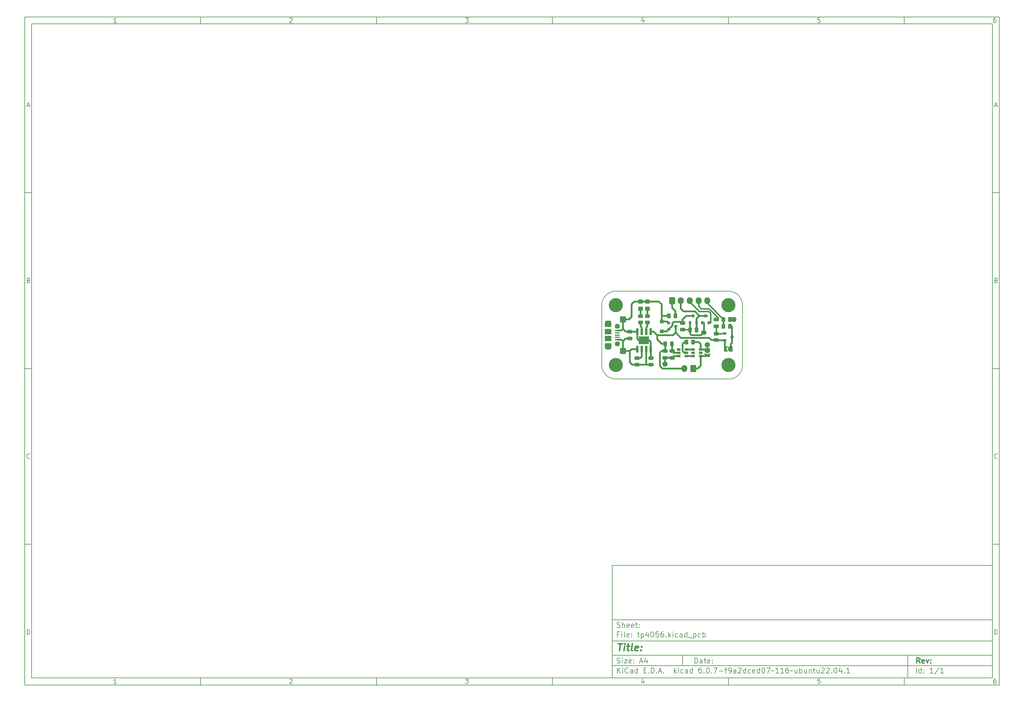
<source format=gbr>
%TF.GenerationSoftware,KiCad,Pcbnew,6.0.7-f9a2dced07~116~ubuntu22.04.1*%
%TF.CreationDate,2022-09-07T10:58:27-03:00*%
%TF.ProjectId,tp4056,74703430-3536-42e6-9b69-6361645f7063,rev?*%
%TF.SameCoordinates,Original*%
%TF.FileFunction,Copper,L1,Top*%
%TF.FilePolarity,Positive*%
%FSLAX46Y46*%
G04 Gerber Fmt 4.6, Leading zero omitted, Abs format (unit mm)*
G04 Created by KiCad (PCBNEW 6.0.7-f9a2dced07~116~ubuntu22.04.1) date 2022-09-07 10:58:27*
%MOMM*%
%LPD*%
G01*
G04 APERTURE LIST*
G04 Aperture macros list*
%AMRoundRect*
0 Rectangle with rounded corners*
0 $1 Rounding radius*
0 $2 $3 $4 $5 $6 $7 $8 $9 X,Y pos of 4 corners*
0 Add a 4 corners polygon primitive as box body*
4,1,4,$2,$3,$4,$5,$6,$7,$8,$9,$2,$3,0*
0 Add four circle primitives for the rounded corners*
1,1,$1+$1,$2,$3*
1,1,$1+$1,$4,$5*
1,1,$1+$1,$6,$7*
1,1,$1+$1,$8,$9*
0 Add four rect primitives between the rounded corners*
20,1,$1+$1,$2,$3,$4,$5,0*
20,1,$1+$1,$4,$5,$6,$7,0*
20,1,$1+$1,$6,$7,$8,$9,0*
20,1,$1+$1,$8,$9,$2,$3,0*%
%AMFreePoly0*
4,1,6,1.000000,0.000000,0.500000,-0.750000,-0.500000,-0.750000,-0.500000,0.750000,0.500000,0.750000,1.000000,0.000000,1.000000,0.000000,$1*%
%AMFreePoly1*
4,1,6,0.500000,-0.750000,-0.650000,-0.750000,-0.150000,0.000000,-0.650000,0.750000,0.500000,0.750000,0.500000,-0.750000,0.500000,-0.750000,$1*%
G04 Aperture macros list end*
%ADD10C,0.100000*%
%ADD11C,0.150000*%
%ADD12C,0.300000*%
%ADD13C,0.400000*%
%TA.AperFunction,Profile*%
%ADD14C,0.150000*%
%TD*%
%TA.AperFunction,SMDPad,CuDef*%
%ADD15RoundRect,0.250000X-0.475000X0.250000X-0.475000X-0.250000X0.475000X-0.250000X0.475000X0.250000X0*%
%TD*%
%TA.AperFunction,SMDPad,CuDef*%
%ADD16RoundRect,0.250000X0.262500X0.450000X-0.262500X0.450000X-0.262500X-0.450000X0.262500X-0.450000X0*%
%TD*%
%TA.AperFunction,SMDPad,CuDef*%
%ADD17R,0.900000X0.800000*%
%TD*%
%TA.AperFunction,SMDPad,CuDef*%
%ADD18RoundRect,0.250000X-0.450000X0.262500X-0.450000X-0.262500X0.450000X-0.262500X0.450000X0.262500X0*%
%TD*%
%TA.AperFunction,SMDPad,CuDef*%
%ADD19RoundRect,0.250000X-0.262500X-0.450000X0.262500X-0.450000X0.262500X0.450000X-0.262500X0.450000X0*%
%TD*%
%TA.AperFunction,SMDPad,CuDef*%
%ADD20RoundRect,0.150000X0.150000X-0.825000X0.150000X0.825000X-0.150000X0.825000X-0.150000X-0.825000X0*%
%TD*%
%TA.AperFunction,SMDPad,CuDef*%
%ADD21R,3.000000X2.290000*%
%TD*%
%TA.AperFunction,SMDPad,CuDef*%
%ADD22R,1.350000X0.400000*%
%TD*%
%TA.AperFunction,ComponentPad*%
%ADD23O,1.900000X1.200000*%
%TD*%
%TA.AperFunction,SMDPad,CuDef*%
%ADD24R,1.900000X1.200000*%
%TD*%
%TA.AperFunction,ComponentPad*%
%ADD25C,1.450000*%
%TD*%
%TA.AperFunction,SMDPad,CuDef*%
%ADD26R,1.900000X1.500000*%
%TD*%
%TA.AperFunction,ComponentPad*%
%ADD27RoundRect,0.250000X-0.600000X-0.725000X0.600000X-0.725000X0.600000X0.725000X-0.600000X0.725000X0*%
%TD*%
%TA.AperFunction,ComponentPad*%
%ADD28O,1.700000X1.950000*%
%TD*%
%TA.AperFunction,SMDPad,CuDef*%
%ADD29RoundRect,0.250000X0.475000X-0.250000X0.475000X0.250000X-0.475000X0.250000X-0.475000X-0.250000X0*%
%TD*%
%TA.AperFunction,SMDPad,CuDef*%
%ADD30RoundRect,0.250000X0.450000X-0.325000X0.450000X0.325000X-0.450000X0.325000X-0.450000X-0.325000X0*%
%TD*%
%TA.AperFunction,ComponentPad*%
%ADD31R,1.700000X1.700000*%
%TD*%
%TA.AperFunction,ComponentPad*%
%ADD32RoundRect,0.250000X0.600000X0.750000X-0.600000X0.750000X-0.600000X-0.750000X0.600000X-0.750000X0*%
%TD*%
%TA.AperFunction,ComponentPad*%
%ADD33O,1.700000X2.000000*%
%TD*%
%TA.AperFunction,SMDPad,CuDef*%
%ADD34RoundRect,0.250000X0.450000X-0.262500X0.450000X0.262500X-0.450000X0.262500X-0.450000X-0.262500X0*%
%TD*%
%TA.AperFunction,SMDPad,CuDef*%
%ADD35FreePoly0,270.000000*%
%TD*%
%TA.AperFunction,SMDPad,CuDef*%
%ADD36FreePoly1,270.000000*%
%TD*%
%TA.AperFunction,SMDPad,CuDef*%
%ADD37R,0.800000X0.900000*%
%TD*%
%TA.AperFunction,SMDPad,CuDef*%
%ADD38R,1.060000X0.650000*%
%TD*%
%TA.AperFunction,SMDPad,CuDef*%
%ADD39R,1.100000X1.100000*%
%TD*%
%TA.AperFunction,SMDPad,CuDef*%
%ADD40RoundRect,0.250000X0.250000X0.475000X-0.250000X0.475000X-0.250000X-0.475000X0.250000X-0.475000X0*%
%TD*%
%TA.AperFunction,WasherPad*%
%ADD41C,4.000000*%
%TD*%
%TA.AperFunction,SMDPad,CuDef*%
%ADD42FreePoly0,180.000000*%
%TD*%
%TA.AperFunction,SMDPad,CuDef*%
%ADD43FreePoly1,180.000000*%
%TD*%
%TA.AperFunction,ViaPad*%
%ADD44C,1.500000*%
%TD*%
%TA.AperFunction,Conductor*%
%ADD45C,0.500000*%
%TD*%
%TA.AperFunction,Conductor*%
%ADD46C,0.400000*%
%TD*%
G04 APERTURE END LIST*
D10*
D11*
X177002200Y-166007200D02*
X177002200Y-198007200D01*
X285002200Y-198007200D01*
X285002200Y-166007200D01*
X177002200Y-166007200D01*
D10*
D11*
X10000000Y-10000000D02*
X10000000Y-200007200D01*
X287002200Y-200007200D01*
X287002200Y-10000000D01*
X10000000Y-10000000D01*
D10*
D11*
X12000000Y-12000000D02*
X12000000Y-198007200D01*
X285002200Y-198007200D01*
X285002200Y-12000000D01*
X12000000Y-12000000D01*
D10*
D11*
X60000000Y-12000000D02*
X60000000Y-10000000D01*
D10*
D11*
X110000000Y-12000000D02*
X110000000Y-10000000D01*
D10*
D11*
X160000000Y-12000000D02*
X160000000Y-10000000D01*
D10*
D11*
X210000000Y-12000000D02*
X210000000Y-10000000D01*
D10*
D11*
X260000000Y-12000000D02*
X260000000Y-10000000D01*
D10*
D11*
X36065476Y-11588095D02*
X35322619Y-11588095D01*
X35694047Y-11588095D02*
X35694047Y-10288095D01*
X35570238Y-10473809D01*
X35446428Y-10597619D01*
X35322619Y-10659523D01*
D10*
D11*
X85322619Y-10411904D02*
X85384523Y-10350000D01*
X85508333Y-10288095D01*
X85817857Y-10288095D01*
X85941666Y-10350000D01*
X86003571Y-10411904D01*
X86065476Y-10535714D01*
X86065476Y-10659523D01*
X86003571Y-10845238D01*
X85260714Y-11588095D01*
X86065476Y-11588095D01*
D10*
D11*
X135260714Y-10288095D02*
X136065476Y-10288095D01*
X135632142Y-10783333D01*
X135817857Y-10783333D01*
X135941666Y-10845238D01*
X136003571Y-10907142D01*
X136065476Y-11030952D01*
X136065476Y-11340476D01*
X136003571Y-11464285D01*
X135941666Y-11526190D01*
X135817857Y-11588095D01*
X135446428Y-11588095D01*
X135322619Y-11526190D01*
X135260714Y-11464285D01*
D10*
D11*
X185941666Y-10721428D02*
X185941666Y-11588095D01*
X185632142Y-10226190D02*
X185322619Y-11154761D01*
X186127380Y-11154761D01*
D10*
D11*
X236003571Y-10288095D02*
X235384523Y-10288095D01*
X235322619Y-10907142D01*
X235384523Y-10845238D01*
X235508333Y-10783333D01*
X235817857Y-10783333D01*
X235941666Y-10845238D01*
X236003571Y-10907142D01*
X236065476Y-11030952D01*
X236065476Y-11340476D01*
X236003571Y-11464285D01*
X235941666Y-11526190D01*
X235817857Y-11588095D01*
X235508333Y-11588095D01*
X235384523Y-11526190D01*
X235322619Y-11464285D01*
D10*
D11*
X285941666Y-10288095D02*
X285694047Y-10288095D01*
X285570238Y-10350000D01*
X285508333Y-10411904D01*
X285384523Y-10597619D01*
X285322619Y-10845238D01*
X285322619Y-11340476D01*
X285384523Y-11464285D01*
X285446428Y-11526190D01*
X285570238Y-11588095D01*
X285817857Y-11588095D01*
X285941666Y-11526190D01*
X286003571Y-11464285D01*
X286065476Y-11340476D01*
X286065476Y-11030952D01*
X286003571Y-10907142D01*
X285941666Y-10845238D01*
X285817857Y-10783333D01*
X285570238Y-10783333D01*
X285446428Y-10845238D01*
X285384523Y-10907142D01*
X285322619Y-11030952D01*
D10*
D11*
X60000000Y-198007200D02*
X60000000Y-200007200D01*
D10*
D11*
X110000000Y-198007200D02*
X110000000Y-200007200D01*
D10*
D11*
X160000000Y-198007200D02*
X160000000Y-200007200D01*
D10*
D11*
X210000000Y-198007200D02*
X210000000Y-200007200D01*
D10*
D11*
X260000000Y-198007200D02*
X260000000Y-200007200D01*
D10*
D11*
X36065476Y-199595295D02*
X35322619Y-199595295D01*
X35694047Y-199595295D02*
X35694047Y-198295295D01*
X35570238Y-198481009D01*
X35446428Y-198604819D01*
X35322619Y-198666723D01*
D10*
D11*
X85322619Y-198419104D02*
X85384523Y-198357200D01*
X85508333Y-198295295D01*
X85817857Y-198295295D01*
X85941666Y-198357200D01*
X86003571Y-198419104D01*
X86065476Y-198542914D01*
X86065476Y-198666723D01*
X86003571Y-198852438D01*
X85260714Y-199595295D01*
X86065476Y-199595295D01*
D10*
D11*
X135260714Y-198295295D02*
X136065476Y-198295295D01*
X135632142Y-198790533D01*
X135817857Y-198790533D01*
X135941666Y-198852438D01*
X136003571Y-198914342D01*
X136065476Y-199038152D01*
X136065476Y-199347676D01*
X136003571Y-199471485D01*
X135941666Y-199533390D01*
X135817857Y-199595295D01*
X135446428Y-199595295D01*
X135322619Y-199533390D01*
X135260714Y-199471485D01*
D10*
D11*
X185941666Y-198728628D02*
X185941666Y-199595295D01*
X185632142Y-198233390D02*
X185322619Y-199161961D01*
X186127380Y-199161961D01*
D10*
D11*
X236003571Y-198295295D02*
X235384523Y-198295295D01*
X235322619Y-198914342D01*
X235384523Y-198852438D01*
X235508333Y-198790533D01*
X235817857Y-198790533D01*
X235941666Y-198852438D01*
X236003571Y-198914342D01*
X236065476Y-199038152D01*
X236065476Y-199347676D01*
X236003571Y-199471485D01*
X235941666Y-199533390D01*
X235817857Y-199595295D01*
X235508333Y-199595295D01*
X235384523Y-199533390D01*
X235322619Y-199471485D01*
D10*
D11*
X285941666Y-198295295D02*
X285694047Y-198295295D01*
X285570238Y-198357200D01*
X285508333Y-198419104D01*
X285384523Y-198604819D01*
X285322619Y-198852438D01*
X285322619Y-199347676D01*
X285384523Y-199471485D01*
X285446428Y-199533390D01*
X285570238Y-199595295D01*
X285817857Y-199595295D01*
X285941666Y-199533390D01*
X286003571Y-199471485D01*
X286065476Y-199347676D01*
X286065476Y-199038152D01*
X286003571Y-198914342D01*
X285941666Y-198852438D01*
X285817857Y-198790533D01*
X285570238Y-198790533D01*
X285446428Y-198852438D01*
X285384523Y-198914342D01*
X285322619Y-199038152D01*
D10*
D11*
X10000000Y-60000000D02*
X12000000Y-60000000D01*
D10*
D11*
X10000000Y-110000000D02*
X12000000Y-110000000D01*
D10*
D11*
X10000000Y-160000000D02*
X12000000Y-160000000D01*
D10*
D11*
X10690476Y-35216666D02*
X11309523Y-35216666D01*
X10566666Y-35588095D02*
X11000000Y-34288095D01*
X11433333Y-35588095D01*
D10*
D11*
X11092857Y-84907142D02*
X11278571Y-84969047D01*
X11340476Y-85030952D01*
X11402380Y-85154761D01*
X11402380Y-85340476D01*
X11340476Y-85464285D01*
X11278571Y-85526190D01*
X11154761Y-85588095D01*
X10659523Y-85588095D01*
X10659523Y-84288095D01*
X11092857Y-84288095D01*
X11216666Y-84350000D01*
X11278571Y-84411904D01*
X11340476Y-84535714D01*
X11340476Y-84659523D01*
X11278571Y-84783333D01*
X11216666Y-84845238D01*
X11092857Y-84907142D01*
X10659523Y-84907142D01*
D10*
D11*
X11402380Y-135464285D02*
X11340476Y-135526190D01*
X11154761Y-135588095D01*
X11030952Y-135588095D01*
X10845238Y-135526190D01*
X10721428Y-135402380D01*
X10659523Y-135278571D01*
X10597619Y-135030952D01*
X10597619Y-134845238D01*
X10659523Y-134597619D01*
X10721428Y-134473809D01*
X10845238Y-134350000D01*
X11030952Y-134288095D01*
X11154761Y-134288095D01*
X11340476Y-134350000D01*
X11402380Y-134411904D01*
D10*
D11*
X10659523Y-185588095D02*
X10659523Y-184288095D01*
X10969047Y-184288095D01*
X11154761Y-184350000D01*
X11278571Y-184473809D01*
X11340476Y-184597619D01*
X11402380Y-184845238D01*
X11402380Y-185030952D01*
X11340476Y-185278571D01*
X11278571Y-185402380D01*
X11154761Y-185526190D01*
X10969047Y-185588095D01*
X10659523Y-185588095D01*
D10*
D11*
X287002200Y-60000000D02*
X285002200Y-60000000D01*
D10*
D11*
X287002200Y-110000000D02*
X285002200Y-110000000D01*
D10*
D11*
X287002200Y-160000000D02*
X285002200Y-160000000D01*
D10*
D11*
X285692676Y-35216666D02*
X286311723Y-35216666D01*
X285568866Y-35588095D02*
X286002200Y-34288095D01*
X286435533Y-35588095D01*
D10*
D11*
X286095057Y-84907142D02*
X286280771Y-84969047D01*
X286342676Y-85030952D01*
X286404580Y-85154761D01*
X286404580Y-85340476D01*
X286342676Y-85464285D01*
X286280771Y-85526190D01*
X286156961Y-85588095D01*
X285661723Y-85588095D01*
X285661723Y-84288095D01*
X286095057Y-84288095D01*
X286218866Y-84350000D01*
X286280771Y-84411904D01*
X286342676Y-84535714D01*
X286342676Y-84659523D01*
X286280771Y-84783333D01*
X286218866Y-84845238D01*
X286095057Y-84907142D01*
X285661723Y-84907142D01*
D10*
D11*
X286404580Y-135464285D02*
X286342676Y-135526190D01*
X286156961Y-135588095D01*
X286033152Y-135588095D01*
X285847438Y-135526190D01*
X285723628Y-135402380D01*
X285661723Y-135278571D01*
X285599819Y-135030952D01*
X285599819Y-134845238D01*
X285661723Y-134597619D01*
X285723628Y-134473809D01*
X285847438Y-134350000D01*
X286033152Y-134288095D01*
X286156961Y-134288095D01*
X286342676Y-134350000D01*
X286404580Y-134411904D01*
D10*
D11*
X285661723Y-185588095D02*
X285661723Y-184288095D01*
X285971247Y-184288095D01*
X286156961Y-184350000D01*
X286280771Y-184473809D01*
X286342676Y-184597619D01*
X286404580Y-184845238D01*
X286404580Y-185030952D01*
X286342676Y-185278571D01*
X286280771Y-185402380D01*
X286156961Y-185526190D01*
X285971247Y-185588095D01*
X285661723Y-185588095D01*
D10*
D11*
X200434342Y-193785771D02*
X200434342Y-192285771D01*
X200791485Y-192285771D01*
X201005771Y-192357200D01*
X201148628Y-192500057D01*
X201220057Y-192642914D01*
X201291485Y-192928628D01*
X201291485Y-193142914D01*
X201220057Y-193428628D01*
X201148628Y-193571485D01*
X201005771Y-193714342D01*
X200791485Y-193785771D01*
X200434342Y-193785771D01*
X202577200Y-193785771D02*
X202577200Y-193000057D01*
X202505771Y-192857200D01*
X202362914Y-192785771D01*
X202077200Y-192785771D01*
X201934342Y-192857200D01*
X202577200Y-193714342D02*
X202434342Y-193785771D01*
X202077200Y-193785771D01*
X201934342Y-193714342D01*
X201862914Y-193571485D01*
X201862914Y-193428628D01*
X201934342Y-193285771D01*
X202077200Y-193214342D01*
X202434342Y-193214342D01*
X202577200Y-193142914D01*
X203077200Y-192785771D02*
X203648628Y-192785771D01*
X203291485Y-192285771D02*
X203291485Y-193571485D01*
X203362914Y-193714342D01*
X203505771Y-193785771D01*
X203648628Y-193785771D01*
X204720057Y-193714342D02*
X204577200Y-193785771D01*
X204291485Y-193785771D01*
X204148628Y-193714342D01*
X204077200Y-193571485D01*
X204077200Y-193000057D01*
X204148628Y-192857200D01*
X204291485Y-192785771D01*
X204577200Y-192785771D01*
X204720057Y-192857200D01*
X204791485Y-193000057D01*
X204791485Y-193142914D01*
X204077200Y-193285771D01*
X205434342Y-193642914D02*
X205505771Y-193714342D01*
X205434342Y-193785771D01*
X205362914Y-193714342D01*
X205434342Y-193642914D01*
X205434342Y-193785771D01*
X205434342Y-192857200D02*
X205505771Y-192928628D01*
X205434342Y-193000057D01*
X205362914Y-192928628D01*
X205434342Y-192857200D01*
X205434342Y-193000057D01*
D10*
D11*
X177002200Y-194507200D02*
X285002200Y-194507200D01*
D10*
D11*
X178434342Y-196585771D02*
X178434342Y-195085771D01*
X179291485Y-196585771D02*
X178648628Y-195728628D01*
X179291485Y-195085771D02*
X178434342Y-195942914D01*
X179934342Y-196585771D02*
X179934342Y-195585771D01*
X179934342Y-195085771D02*
X179862914Y-195157200D01*
X179934342Y-195228628D01*
X180005771Y-195157200D01*
X179934342Y-195085771D01*
X179934342Y-195228628D01*
X181505771Y-196442914D02*
X181434342Y-196514342D01*
X181220057Y-196585771D01*
X181077200Y-196585771D01*
X180862914Y-196514342D01*
X180720057Y-196371485D01*
X180648628Y-196228628D01*
X180577200Y-195942914D01*
X180577200Y-195728628D01*
X180648628Y-195442914D01*
X180720057Y-195300057D01*
X180862914Y-195157200D01*
X181077200Y-195085771D01*
X181220057Y-195085771D01*
X181434342Y-195157200D01*
X181505771Y-195228628D01*
X182791485Y-196585771D02*
X182791485Y-195800057D01*
X182720057Y-195657200D01*
X182577200Y-195585771D01*
X182291485Y-195585771D01*
X182148628Y-195657200D01*
X182791485Y-196514342D02*
X182648628Y-196585771D01*
X182291485Y-196585771D01*
X182148628Y-196514342D01*
X182077200Y-196371485D01*
X182077200Y-196228628D01*
X182148628Y-196085771D01*
X182291485Y-196014342D01*
X182648628Y-196014342D01*
X182791485Y-195942914D01*
X184148628Y-196585771D02*
X184148628Y-195085771D01*
X184148628Y-196514342D02*
X184005771Y-196585771D01*
X183720057Y-196585771D01*
X183577200Y-196514342D01*
X183505771Y-196442914D01*
X183434342Y-196300057D01*
X183434342Y-195871485D01*
X183505771Y-195728628D01*
X183577200Y-195657200D01*
X183720057Y-195585771D01*
X184005771Y-195585771D01*
X184148628Y-195657200D01*
X186005771Y-195800057D02*
X186505771Y-195800057D01*
X186720057Y-196585771D02*
X186005771Y-196585771D01*
X186005771Y-195085771D01*
X186720057Y-195085771D01*
X187362914Y-196442914D02*
X187434342Y-196514342D01*
X187362914Y-196585771D01*
X187291485Y-196514342D01*
X187362914Y-196442914D01*
X187362914Y-196585771D01*
X188077200Y-196585771D02*
X188077200Y-195085771D01*
X188434342Y-195085771D01*
X188648628Y-195157200D01*
X188791485Y-195300057D01*
X188862914Y-195442914D01*
X188934342Y-195728628D01*
X188934342Y-195942914D01*
X188862914Y-196228628D01*
X188791485Y-196371485D01*
X188648628Y-196514342D01*
X188434342Y-196585771D01*
X188077200Y-196585771D01*
X189577200Y-196442914D02*
X189648628Y-196514342D01*
X189577200Y-196585771D01*
X189505771Y-196514342D01*
X189577200Y-196442914D01*
X189577200Y-196585771D01*
X190220057Y-196157200D02*
X190934342Y-196157200D01*
X190077200Y-196585771D02*
X190577200Y-195085771D01*
X191077200Y-196585771D01*
X191577200Y-196442914D02*
X191648628Y-196514342D01*
X191577200Y-196585771D01*
X191505771Y-196514342D01*
X191577200Y-196442914D01*
X191577200Y-196585771D01*
X194577200Y-196585771D02*
X194577200Y-195085771D01*
X194720057Y-196014342D02*
X195148628Y-196585771D01*
X195148628Y-195585771D02*
X194577200Y-196157200D01*
X195791485Y-196585771D02*
X195791485Y-195585771D01*
X195791485Y-195085771D02*
X195720057Y-195157200D01*
X195791485Y-195228628D01*
X195862914Y-195157200D01*
X195791485Y-195085771D01*
X195791485Y-195228628D01*
X197148628Y-196514342D02*
X197005771Y-196585771D01*
X196720057Y-196585771D01*
X196577200Y-196514342D01*
X196505771Y-196442914D01*
X196434342Y-196300057D01*
X196434342Y-195871485D01*
X196505771Y-195728628D01*
X196577200Y-195657200D01*
X196720057Y-195585771D01*
X197005771Y-195585771D01*
X197148628Y-195657200D01*
X198434342Y-196585771D02*
X198434342Y-195800057D01*
X198362914Y-195657200D01*
X198220057Y-195585771D01*
X197934342Y-195585771D01*
X197791485Y-195657200D01*
X198434342Y-196514342D02*
X198291485Y-196585771D01*
X197934342Y-196585771D01*
X197791485Y-196514342D01*
X197720057Y-196371485D01*
X197720057Y-196228628D01*
X197791485Y-196085771D01*
X197934342Y-196014342D01*
X198291485Y-196014342D01*
X198434342Y-195942914D01*
X199791485Y-196585771D02*
X199791485Y-195085771D01*
X199791485Y-196514342D02*
X199648628Y-196585771D01*
X199362914Y-196585771D01*
X199220057Y-196514342D01*
X199148628Y-196442914D01*
X199077200Y-196300057D01*
X199077200Y-195871485D01*
X199148628Y-195728628D01*
X199220057Y-195657200D01*
X199362914Y-195585771D01*
X199648628Y-195585771D01*
X199791485Y-195657200D01*
X202291485Y-195085771D02*
X202005771Y-195085771D01*
X201862914Y-195157200D01*
X201791485Y-195228628D01*
X201648628Y-195442914D01*
X201577200Y-195728628D01*
X201577200Y-196300057D01*
X201648628Y-196442914D01*
X201720057Y-196514342D01*
X201862914Y-196585771D01*
X202148628Y-196585771D01*
X202291485Y-196514342D01*
X202362914Y-196442914D01*
X202434342Y-196300057D01*
X202434342Y-195942914D01*
X202362914Y-195800057D01*
X202291485Y-195728628D01*
X202148628Y-195657200D01*
X201862914Y-195657200D01*
X201720057Y-195728628D01*
X201648628Y-195800057D01*
X201577200Y-195942914D01*
X203077200Y-196442914D02*
X203148628Y-196514342D01*
X203077200Y-196585771D01*
X203005771Y-196514342D01*
X203077200Y-196442914D01*
X203077200Y-196585771D01*
X204077200Y-195085771D02*
X204220057Y-195085771D01*
X204362914Y-195157200D01*
X204434342Y-195228628D01*
X204505771Y-195371485D01*
X204577200Y-195657200D01*
X204577200Y-196014342D01*
X204505771Y-196300057D01*
X204434342Y-196442914D01*
X204362914Y-196514342D01*
X204220057Y-196585771D01*
X204077200Y-196585771D01*
X203934342Y-196514342D01*
X203862914Y-196442914D01*
X203791485Y-196300057D01*
X203720057Y-196014342D01*
X203720057Y-195657200D01*
X203791485Y-195371485D01*
X203862914Y-195228628D01*
X203934342Y-195157200D01*
X204077200Y-195085771D01*
X205220057Y-196442914D02*
X205291485Y-196514342D01*
X205220057Y-196585771D01*
X205148628Y-196514342D01*
X205220057Y-196442914D01*
X205220057Y-196585771D01*
X205791485Y-195085771D02*
X206791485Y-195085771D01*
X206148628Y-196585771D01*
X207362914Y-196014342D02*
X208505771Y-196014342D01*
X209005771Y-195585771D02*
X209577200Y-195585771D01*
X209220057Y-196585771D02*
X209220057Y-195300057D01*
X209291485Y-195157200D01*
X209434342Y-195085771D01*
X209577200Y-195085771D01*
X210148628Y-196585771D02*
X210434342Y-196585771D01*
X210577200Y-196514342D01*
X210648628Y-196442914D01*
X210791485Y-196228628D01*
X210862914Y-195942914D01*
X210862914Y-195371485D01*
X210791485Y-195228628D01*
X210720057Y-195157200D01*
X210577200Y-195085771D01*
X210291485Y-195085771D01*
X210148628Y-195157200D01*
X210077200Y-195228628D01*
X210005771Y-195371485D01*
X210005771Y-195728628D01*
X210077200Y-195871485D01*
X210148628Y-195942914D01*
X210291485Y-196014342D01*
X210577200Y-196014342D01*
X210720057Y-195942914D01*
X210791485Y-195871485D01*
X210862914Y-195728628D01*
X212148628Y-196585771D02*
X212148628Y-195800057D01*
X212077200Y-195657200D01*
X211934342Y-195585771D01*
X211648628Y-195585771D01*
X211505771Y-195657200D01*
X212148628Y-196514342D02*
X212005771Y-196585771D01*
X211648628Y-196585771D01*
X211505771Y-196514342D01*
X211434342Y-196371485D01*
X211434342Y-196228628D01*
X211505771Y-196085771D01*
X211648628Y-196014342D01*
X212005771Y-196014342D01*
X212148628Y-195942914D01*
X212791485Y-195228628D02*
X212862914Y-195157200D01*
X213005771Y-195085771D01*
X213362914Y-195085771D01*
X213505771Y-195157200D01*
X213577200Y-195228628D01*
X213648628Y-195371485D01*
X213648628Y-195514342D01*
X213577200Y-195728628D01*
X212720057Y-196585771D01*
X213648628Y-196585771D01*
X214934342Y-196585771D02*
X214934342Y-195085771D01*
X214934342Y-196514342D02*
X214791485Y-196585771D01*
X214505771Y-196585771D01*
X214362914Y-196514342D01*
X214291485Y-196442914D01*
X214220057Y-196300057D01*
X214220057Y-195871485D01*
X214291485Y-195728628D01*
X214362914Y-195657200D01*
X214505771Y-195585771D01*
X214791485Y-195585771D01*
X214934342Y-195657200D01*
X216291485Y-196514342D02*
X216148628Y-196585771D01*
X215862914Y-196585771D01*
X215720057Y-196514342D01*
X215648628Y-196442914D01*
X215577200Y-196300057D01*
X215577200Y-195871485D01*
X215648628Y-195728628D01*
X215720057Y-195657200D01*
X215862914Y-195585771D01*
X216148628Y-195585771D01*
X216291485Y-195657200D01*
X217505771Y-196514342D02*
X217362914Y-196585771D01*
X217077200Y-196585771D01*
X216934342Y-196514342D01*
X216862914Y-196371485D01*
X216862914Y-195800057D01*
X216934342Y-195657200D01*
X217077200Y-195585771D01*
X217362914Y-195585771D01*
X217505771Y-195657200D01*
X217577200Y-195800057D01*
X217577200Y-195942914D01*
X216862914Y-196085771D01*
X218862914Y-196585771D02*
X218862914Y-195085771D01*
X218862914Y-196514342D02*
X218720057Y-196585771D01*
X218434342Y-196585771D01*
X218291485Y-196514342D01*
X218220057Y-196442914D01*
X218148628Y-196300057D01*
X218148628Y-195871485D01*
X218220057Y-195728628D01*
X218291485Y-195657200D01*
X218434342Y-195585771D01*
X218720057Y-195585771D01*
X218862914Y-195657200D01*
X219862914Y-195085771D02*
X220005771Y-195085771D01*
X220148628Y-195157200D01*
X220220057Y-195228628D01*
X220291485Y-195371485D01*
X220362914Y-195657200D01*
X220362914Y-196014342D01*
X220291485Y-196300057D01*
X220220057Y-196442914D01*
X220148628Y-196514342D01*
X220005771Y-196585771D01*
X219862914Y-196585771D01*
X219720057Y-196514342D01*
X219648628Y-196442914D01*
X219577200Y-196300057D01*
X219505771Y-196014342D01*
X219505771Y-195657200D01*
X219577200Y-195371485D01*
X219648628Y-195228628D01*
X219720057Y-195157200D01*
X219862914Y-195085771D01*
X220862914Y-195085771D02*
X221862914Y-195085771D01*
X221220057Y-196585771D01*
X222220057Y-196014342D02*
X222291485Y-195942914D01*
X222434342Y-195871485D01*
X222720057Y-196014342D01*
X222862914Y-195942914D01*
X222934342Y-195871485D01*
X224291485Y-196585771D02*
X223434342Y-196585771D01*
X223862914Y-196585771D02*
X223862914Y-195085771D01*
X223720057Y-195300057D01*
X223577200Y-195442914D01*
X223434342Y-195514342D01*
X225720057Y-196585771D02*
X224862914Y-196585771D01*
X225291485Y-196585771D02*
X225291485Y-195085771D01*
X225148628Y-195300057D01*
X225005771Y-195442914D01*
X224862914Y-195514342D01*
X227005771Y-195085771D02*
X226720057Y-195085771D01*
X226577200Y-195157200D01*
X226505771Y-195228628D01*
X226362914Y-195442914D01*
X226291485Y-195728628D01*
X226291485Y-196300057D01*
X226362914Y-196442914D01*
X226434342Y-196514342D01*
X226577200Y-196585771D01*
X226862914Y-196585771D01*
X227005771Y-196514342D01*
X227077200Y-196442914D01*
X227148628Y-196300057D01*
X227148628Y-195942914D01*
X227077200Y-195800057D01*
X227005771Y-195728628D01*
X226862914Y-195657200D01*
X226577200Y-195657200D01*
X226434342Y-195728628D01*
X226362914Y-195800057D01*
X226291485Y-195942914D01*
X227577199Y-196014342D02*
X227648628Y-195942914D01*
X227791485Y-195871485D01*
X228077199Y-196014342D01*
X228220057Y-195942914D01*
X228291485Y-195871485D01*
X229505771Y-195585771D02*
X229505771Y-196585771D01*
X228862914Y-195585771D02*
X228862914Y-196371485D01*
X228934342Y-196514342D01*
X229077200Y-196585771D01*
X229291485Y-196585771D01*
X229434342Y-196514342D01*
X229505771Y-196442914D01*
X230220057Y-196585771D02*
X230220057Y-195085771D01*
X230220057Y-195657200D02*
X230362914Y-195585771D01*
X230648628Y-195585771D01*
X230791485Y-195657200D01*
X230862914Y-195728628D01*
X230934342Y-195871485D01*
X230934342Y-196300057D01*
X230862914Y-196442914D01*
X230791485Y-196514342D01*
X230648628Y-196585771D01*
X230362914Y-196585771D01*
X230220057Y-196514342D01*
X232220057Y-195585771D02*
X232220057Y-196585771D01*
X231577200Y-195585771D02*
X231577200Y-196371485D01*
X231648628Y-196514342D01*
X231791485Y-196585771D01*
X232005771Y-196585771D01*
X232148628Y-196514342D01*
X232220057Y-196442914D01*
X232934342Y-195585771D02*
X232934342Y-196585771D01*
X232934342Y-195728628D02*
X233005771Y-195657200D01*
X233148628Y-195585771D01*
X233362914Y-195585771D01*
X233505771Y-195657200D01*
X233577200Y-195800057D01*
X233577200Y-196585771D01*
X234077200Y-195585771D02*
X234648628Y-195585771D01*
X234291485Y-195085771D02*
X234291485Y-196371485D01*
X234362914Y-196514342D01*
X234505771Y-196585771D01*
X234648628Y-196585771D01*
X235791485Y-195585771D02*
X235791485Y-196585771D01*
X235148628Y-195585771D02*
X235148628Y-196371485D01*
X235220057Y-196514342D01*
X235362914Y-196585771D01*
X235577200Y-196585771D01*
X235720057Y-196514342D01*
X235791485Y-196442914D01*
X236434342Y-195228628D02*
X236505771Y-195157200D01*
X236648628Y-195085771D01*
X237005771Y-195085771D01*
X237148628Y-195157200D01*
X237220057Y-195228628D01*
X237291485Y-195371485D01*
X237291485Y-195514342D01*
X237220057Y-195728628D01*
X236362914Y-196585771D01*
X237291485Y-196585771D01*
X237862914Y-195228628D02*
X237934342Y-195157200D01*
X238077200Y-195085771D01*
X238434342Y-195085771D01*
X238577200Y-195157200D01*
X238648628Y-195228628D01*
X238720057Y-195371485D01*
X238720057Y-195514342D01*
X238648628Y-195728628D01*
X237791485Y-196585771D01*
X238720057Y-196585771D01*
X239362914Y-196442914D02*
X239434342Y-196514342D01*
X239362914Y-196585771D01*
X239291485Y-196514342D01*
X239362914Y-196442914D01*
X239362914Y-196585771D01*
X240362914Y-195085771D02*
X240505771Y-195085771D01*
X240648628Y-195157200D01*
X240720057Y-195228628D01*
X240791485Y-195371485D01*
X240862914Y-195657200D01*
X240862914Y-196014342D01*
X240791485Y-196300057D01*
X240720057Y-196442914D01*
X240648628Y-196514342D01*
X240505771Y-196585771D01*
X240362914Y-196585771D01*
X240220057Y-196514342D01*
X240148628Y-196442914D01*
X240077200Y-196300057D01*
X240005771Y-196014342D01*
X240005771Y-195657200D01*
X240077200Y-195371485D01*
X240148628Y-195228628D01*
X240220057Y-195157200D01*
X240362914Y-195085771D01*
X242148628Y-195585771D02*
X242148628Y-196585771D01*
X241791485Y-195014342D02*
X241434342Y-196085771D01*
X242362914Y-196085771D01*
X242934342Y-196442914D02*
X243005771Y-196514342D01*
X242934342Y-196585771D01*
X242862914Y-196514342D01*
X242934342Y-196442914D01*
X242934342Y-196585771D01*
X244434342Y-196585771D02*
X243577199Y-196585771D01*
X244005771Y-196585771D02*
X244005771Y-195085771D01*
X243862914Y-195300057D01*
X243720057Y-195442914D01*
X243577199Y-195514342D01*
D10*
D11*
X177002200Y-191507200D02*
X285002200Y-191507200D01*
D10*
D12*
X264411485Y-193785771D02*
X263911485Y-193071485D01*
X263554342Y-193785771D02*
X263554342Y-192285771D01*
X264125771Y-192285771D01*
X264268628Y-192357200D01*
X264340057Y-192428628D01*
X264411485Y-192571485D01*
X264411485Y-192785771D01*
X264340057Y-192928628D01*
X264268628Y-193000057D01*
X264125771Y-193071485D01*
X263554342Y-193071485D01*
X265625771Y-193714342D02*
X265482914Y-193785771D01*
X265197200Y-193785771D01*
X265054342Y-193714342D01*
X264982914Y-193571485D01*
X264982914Y-193000057D01*
X265054342Y-192857200D01*
X265197200Y-192785771D01*
X265482914Y-192785771D01*
X265625771Y-192857200D01*
X265697200Y-193000057D01*
X265697200Y-193142914D01*
X264982914Y-193285771D01*
X266197200Y-192785771D02*
X266554342Y-193785771D01*
X266911485Y-192785771D01*
X267482914Y-193642914D02*
X267554342Y-193714342D01*
X267482914Y-193785771D01*
X267411485Y-193714342D01*
X267482914Y-193642914D01*
X267482914Y-193785771D01*
X267482914Y-192857200D02*
X267554342Y-192928628D01*
X267482914Y-193000057D01*
X267411485Y-192928628D01*
X267482914Y-192857200D01*
X267482914Y-193000057D01*
D10*
D11*
X178362914Y-193714342D02*
X178577200Y-193785771D01*
X178934342Y-193785771D01*
X179077200Y-193714342D01*
X179148628Y-193642914D01*
X179220057Y-193500057D01*
X179220057Y-193357200D01*
X179148628Y-193214342D01*
X179077200Y-193142914D01*
X178934342Y-193071485D01*
X178648628Y-193000057D01*
X178505771Y-192928628D01*
X178434342Y-192857200D01*
X178362914Y-192714342D01*
X178362914Y-192571485D01*
X178434342Y-192428628D01*
X178505771Y-192357200D01*
X178648628Y-192285771D01*
X179005771Y-192285771D01*
X179220057Y-192357200D01*
X179862914Y-193785771D02*
X179862914Y-192785771D01*
X179862914Y-192285771D02*
X179791485Y-192357200D01*
X179862914Y-192428628D01*
X179934342Y-192357200D01*
X179862914Y-192285771D01*
X179862914Y-192428628D01*
X180434342Y-192785771D02*
X181220057Y-192785771D01*
X180434342Y-193785771D01*
X181220057Y-193785771D01*
X182362914Y-193714342D02*
X182220057Y-193785771D01*
X181934342Y-193785771D01*
X181791485Y-193714342D01*
X181720057Y-193571485D01*
X181720057Y-193000057D01*
X181791485Y-192857200D01*
X181934342Y-192785771D01*
X182220057Y-192785771D01*
X182362914Y-192857200D01*
X182434342Y-193000057D01*
X182434342Y-193142914D01*
X181720057Y-193285771D01*
X183077200Y-193642914D02*
X183148628Y-193714342D01*
X183077200Y-193785771D01*
X183005771Y-193714342D01*
X183077200Y-193642914D01*
X183077200Y-193785771D01*
X183077200Y-192857200D02*
X183148628Y-192928628D01*
X183077200Y-193000057D01*
X183005771Y-192928628D01*
X183077200Y-192857200D01*
X183077200Y-193000057D01*
X184862914Y-193357200D02*
X185577200Y-193357200D01*
X184720057Y-193785771D02*
X185220057Y-192285771D01*
X185720057Y-193785771D01*
X186862914Y-192785771D02*
X186862914Y-193785771D01*
X186505771Y-192214342D02*
X186148628Y-193285771D01*
X187077200Y-193285771D01*
D10*
D11*
X263434342Y-196585771D02*
X263434342Y-195085771D01*
X264791485Y-196585771D02*
X264791485Y-195085771D01*
X264791485Y-196514342D02*
X264648628Y-196585771D01*
X264362914Y-196585771D01*
X264220057Y-196514342D01*
X264148628Y-196442914D01*
X264077200Y-196300057D01*
X264077200Y-195871485D01*
X264148628Y-195728628D01*
X264220057Y-195657200D01*
X264362914Y-195585771D01*
X264648628Y-195585771D01*
X264791485Y-195657200D01*
X265505771Y-196442914D02*
X265577200Y-196514342D01*
X265505771Y-196585771D01*
X265434342Y-196514342D01*
X265505771Y-196442914D01*
X265505771Y-196585771D01*
X265505771Y-195657200D02*
X265577200Y-195728628D01*
X265505771Y-195800057D01*
X265434342Y-195728628D01*
X265505771Y-195657200D01*
X265505771Y-195800057D01*
X268148628Y-196585771D02*
X267291485Y-196585771D01*
X267720057Y-196585771D02*
X267720057Y-195085771D01*
X267577200Y-195300057D01*
X267434342Y-195442914D01*
X267291485Y-195514342D01*
X269862914Y-195014342D02*
X268577200Y-196942914D01*
X271148628Y-196585771D02*
X270291485Y-196585771D01*
X270720057Y-196585771D02*
X270720057Y-195085771D01*
X270577200Y-195300057D01*
X270434342Y-195442914D01*
X270291485Y-195514342D01*
D10*
D11*
X177002200Y-187507200D02*
X285002200Y-187507200D01*
D10*
D13*
X178714580Y-188211961D02*
X179857438Y-188211961D01*
X179036009Y-190211961D02*
X179286009Y-188211961D01*
X180274104Y-190211961D02*
X180440771Y-188878628D01*
X180524104Y-188211961D02*
X180416961Y-188307200D01*
X180500295Y-188402438D01*
X180607438Y-188307200D01*
X180524104Y-188211961D01*
X180500295Y-188402438D01*
X181107438Y-188878628D02*
X181869342Y-188878628D01*
X181476485Y-188211961D02*
X181262200Y-189926247D01*
X181333628Y-190116723D01*
X181512200Y-190211961D01*
X181702676Y-190211961D01*
X182655057Y-190211961D02*
X182476485Y-190116723D01*
X182405057Y-189926247D01*
X182619342Y-188211961D01*
X184190771Y-190116723D02*
X183988390Y-190211961D01*
X183607438Y-190211961D01*
X183428866Y-190116723D01*
X183357438Y-189926247D01*
X183452676Y-189164342D01*
X183571723Y-188973866D01*
X183774104Y-188878628D01*
X184155057Y-188878628D01*
X184333628Y-188973866D01*
X184405057Y-189164342D01*
X184381247Y-189354819D01*
X183405057Y-189545295D01*
X185155057Y-190021485D02*
X185238390Y-190116723D01*
X185131247Y-190211961D01*
X185047914Y-190116723D01*
X185155057Y-190021485D01*
X185131247Y-190211961D01*
X185286009Y-188973866D02*
X185369342Y-189069104D01*
X185262200Y-189164342D01*
X185178866Y-189069104D01*
X185286009Y-188973866D01*
X185262200Y-189164342D01*
D10*
D11*
X178934342Y-185600057D02*
X178434342Y-185600057D01*
X178434342Y-186385771D02*
X178434342Y-184885771D01*
X179148628Y-184885771D01*
X179720057Y-186385771D02*
X179720057Y-185385771D01*
X179720057Y-184885771D02*
X179648628Y-184957200D01*
X179720057Y-185028628D01*
X179791485Y-184957200D01*
X179720057Y-184885771D01*
X179720057Y-185028628D01*
X180648628Y-186385771D02*
X180505771Y-186314342D01*
X180434342Y-186171485D01*
X180434342Y-184885771D01*
X181791485Y-186314342D02*
X181648628Y-186385771D01*
X181362914Y-186385771D01*
X181220057Y-186314342D01*
X181148628Y-186171485D01*
X181148628Y-185600057D01*
X181220057Y-185457200D01*
X181362914Y-185385771D01*
X181648628Y-185385771D01*
X181791485Y-185457200D01*
X181862914Y-185600057D01*
X181862914Y-185742914D01*
X181148628Y-185885771D01*
X182505771Y-186242914D02*
X182577200Y-186314342D01*
X182505771Y-186385771D01*
X182434342Y-186314342D01*
X182505771Y-186242914D01*
X182505771Y-186385771D01*
X182505771Y-185457200D02*
X182577200Y-185528628D01*
X182505771Y-185600057D01*
X182434342Y-185528628D01*
X182505771Y-185457200D01*
X182505771Y-185600057D01*
X184148628Y-185385771D02*
X184720057Y-185385771D01*
X184362914Y-184885771D02*
X184362914Y-186171485D01*
X184434342Y-186314342D01*
X184577200Y-186385771D01*
X184720057Y-186385771D01*
X185220057Y-185385771D02*
X185220057Y-186885771D01*
X185220057Y-185457200D02*
X185362914Y-185385771D01*
X185648628Y-185385771D01*
X185791485Y-185457200D01*
X185862914Y-185528628D01*
X185934342Y-185671485D01*
X185934342Y-186100057D01*
X185862914Y-186242914D01*
X185791485Y-186314342D01*
X185648628Y-186385771D01*
X185362914Y-186385771D01*
X185220057Y-186314342D01*
X187220057Y-185385771D02*
X187220057Y-186385771D01*
X186862914Y-184814342D02*
X186505771Y-185885771D01*
X187434342Y-185885771D01*
X188291485Y-184885771D02*
X188434342Y-184885771D01*
X188577200Y-184957200D01*
X188648628Y-185028628D01*
X188720057Y-185171485D01*
X188791485Y-185457200D01*
X188791485Y-185814342D01*
X188720057Y-186100057D01*
X188648628Y-186242914D01*
X188577200Y-186314342D01*
X188434342Y-186385771D01*
X188291485Y-186385771D01*
X188148628Y-186314342D01*
X188077200Y-186242914D01*
X188005771Y-186100057D01*
X187934342Y-185814342D01*
X187934342Y-185457200D01*
X188005771Y-185171485D01*
X188077200Y-185028628D01*
X188148628Y-184957200D01*
X188291485Y-184885771D01*
X190148628Y-184885771D02*
X189434342Y-184885771D01*
X189362914Y-185600057D01*
X189434342Y-185528628D01*
X189577200Y-185457200D01*
X189934342Y-185457200D01*
X190077200Y-185528628D01*
X190148628Y-185600057D01*
X190220057Y-185742914D01*
X190220057Y-186100057D01*
X190148628Y-186242914D01*
X190077200Y-186314342D01*
X189934342Y-186385771D01*
X189577200Y-186385771D01*
X189434342Y-186314342D01*
X189362914Y-186242914D01*
X191505771Y-184885771D02*
X191220057Y-184885771D01*
X191077200Y-184957200D01*
X191005771Y-185028628D01*
X190862914Y-185242914D01*
X190791485Y-185528628D01*
X190791485Y-186100057D01*
X190862914Y-186242914D01*
X190934342Y-186314342D01*
X191077200Y-186385771D01*
X191362914Y-186385771D01*
X191505771Y-186314342D01*
X191577200Y-186242914D01*
X191648628Y-186100057D01*
X191648628Y-185742914D01*
X191577200Y-185600057D01*
X191505771Y-185528628D01*
X191362914Y-185457200D01*
X191077200Y-185457200D01*
X190934342Y-185528628D01*
X190862914Y-185600057D01*
X190791485Y-185742914D01*
X192291485Y-186242914D02*
X192362914Y-186314342D01*
X192291485Y-186385771D01*
X192220057Y-186314342D01*
X192291485Y-186242914D01*
X192291485Y-186385771D01*
X193005771Y-186385771D02*
X193005771Y-184885771D01*
X193148628Y-185814342D02*
X193577200Y-186385771D01*
X193577200Y-185385771D02*
X193005771Y-185957200D01*
X194220057Y-186385771D02*
X194220057Y-185385771D01*
X194220057Y-184885771D02*
X194148628Y-184957200D01*
X194220057Y-185028628D01*
X194291485Y-184957200D01*
X194220057Y-184885771D01*
X194220057Y-185028628D01*
X195577200Y-186314342D02*
X195434342Y-186385771D01*
X195148628Y-186385771D01*
X195005771Y-186314342D01*
X194934342Y-186242914D01*
X194862914Y-186100057D01*
X194862914Y-185671485D01*
X194934342Y-185528628D01*
X195005771Y-185457200D01*
X195148628Y-185385771D01*
X195434342Y-185385771D01*
X195577200Y-185457200D01*
X196862914Y-186385771D02*
X196862914Y-185600057D01*
X196791485Y-185457200D01*
X196648628Y-185385771D01*
X196362914Y-185385771D01*
X196220057Y-185457200D01*
X196862914Y-186314342D02*
X196720057Y-186385771D01*
X196362914Y-186385771D01*
X196220057Y-186314342D01*
X196148628Y-186171485D01*
X196148628Y-186028628D01*
X196220057Y-185885771D01*
X196362914Y-185814342D01*
X196720057Y-185814342D01*
X196862914Y-185742914D01*
X198220057Y-186385771D02*
X198220057Y-184885771D01*
X198220057Y-186314342D02*
X198077200Y-186385771D01*
X197791485Y-186385771D01*
X197648628Y-186314342D01*
X197577200Y-186242914D01*
X197505771Y-186100057D01*
X197505771Y-185671485D01*
X197577200Y-185528628D01*
X197648628Y-185457200D01*
X197791485Y-185385771D01*
X198077200Y-185385771D01*
X198220057Y-185457200D01*
X198577200Y-186528628D02*
X199720057Y-186528628D01*
X200077200Y-185385771D02*
X200077200Y-186885771D01*
X200077200Y-185457200D02*
X200220057Y-185385771D01*
X200505771Y-185385771D01*
X200648628Y-185457200D01*
X200720057Y-185528628D01*
X200791485Y-185671485D01*
X200791485Y-186100057D01*
X200720057Y-186242914D01*
X200648628Y-186314342D01*
X200505771Y-186385771D01*
X200220057Y-186385771D01*
X200077200Y-186314342D01*
X202077200Y-186314342D02*
X201934342Y-186385771D01*
X201648628Y-186385771D01*
X201505771Y-186314342D01*
X201434342Y-186242914D01*
X201362914Y-186100057D01*
X201362914Y-185671485D01*
X201434342Y-185528628D01*
X201505771Y-185457200D01*
X201648628Y-185385771D01*
X201934342Y-185385771D01*
X202077200Y-185457200D01*
X202720057Y-186385771D02*
X202720057Y-184885771D01*
X202720057Y-185457200D02*
X202862914Y-185385771D01*
X203148628Y-185385771D01*
X203291485Y-185457200D01*
X203362914Y-185528628D01*
X203434342Y-185671485D01*
X203434342Y-186100057D01*
X203362914Y-186242914D01*
X203291485Y-186314342D01*
X203148628Y-186385771D01*
X202862914Y-186385771D01*
X202720057Y-186314342D01*
D10*
D11*
X177002200Y-181507200D02*
X285002200Y-181507200D01*
D10*
D11*
X178362914Y-183614342D02*
X178577200Y-183685771D01*
X178934342Y-183685771D01*
X179077200Y-183614342D01*
X179148628Y-183542914D01*
X179220057Y-183400057D01*
X179220057Y-183257200D01*
X179148628Y-183114342D01*
X179077200Y-183042914D01*
X178934342Y-182971485D01*
X178648628Y-182900057D01*
X178505771Y-182828628D01*
X178434342Y-182757200D01*
X178362914Y-182614342D01*
X178362914Y-182471485D01*
X178434342Y-182328628D01*
X178505771Y-182257200D01*
X178648628Y-182185771D01*
X179005771Y-182185771D01*
X179220057Y-182257200D01*
X179862914Y-183685771D02*
X179862914Y-182185771D01*
X180505771Y-183685771D02*
X180505771Y-182900057D01*
X180434342Y-182757200D01*
X180291485Y-182685771D01*
X180077200Y-182685771D01*
X179934342Y-182757200D01*
X179862914Y-182828628D01*
X181791485Y-183614342D02*
X181648628Y-183685771D01*
X181362914Y-183685771D01*
X181220057Y-183614342D01*
X181148628Y-183471485D01*
X181148628Y-182900057D01*
X181220057Y-182757200D01*
X181362914Y-182685771D01*
X181648628Y-182685771D01*
X181791485Y-182757200D01*
X181862914Y-182900057D01*
X181862914Y-183042914D01*
X181148628Y-183185771D01*
X183077200Y-183614342D02*
X182934342Y-183685771D01*
X182648628Y-183685771D01*
X182505771Y-183614342D01*
X182434342Y-183471485D01*
X182434342Y-182900057D01*
X182505771Y-182757200D01*
X182648628Y-182685771D01*
X182934342Y-182685771D01*
X183077200Y-182757200D01*
X183148628Y-182900057D01*
X183148628Y-183042914D01*
X182434342Y-183185771D01*
X183577200Y-182685771D02*
X184148628Y-182685771D01*
X183791485Y-182185771D02*
X183791485Y-183471485D01*
X183862914Y-183614342D01*
X184005771Y-183685771D01*
X184148628Y-183685771D01*
X184648628Y-183542914D02*
X184720057Y-183614342D01*
X184648628Y-183685771D01*
X184577200Y-183614342D01*
X184648628Y-183542914D01*
X184648628Y-183685771D01*
X184648628Y-182757200D02*
X184720057Y-182828628D01*
X184648628Y-182900057D01*
X184577200Y-182828628D01*
X184648628Y-182757200D01*
X184648628Y-182900057D01*
D10*
D12*
D10*
D11*
D10*
D11*
D10*
D11*
D10*
D11*
D10*
D11*
X197002200Y-191507200D02*
X197002200Y-194507200D01*
D10*
D11*
X261002200Y-191507200D02*
X261002200Y-198007200D01*
D14*
X210000000Y-88000000D02*
X178000000Y-88000000D01*
X214000000Y-109000000D02*
X214000000Y-92000000D01*
X178000000Y-113000000D02*
X210000000Y-113000000D01*
X174000000Y-92000000D02*
X174000000Y-109000000D01*
X214000000Y-92000000D02*
G75*
G03*
X210000000Y-88000000I-4000000J0D01*
G01*
X178000000Y-88000000D02*
G75*
G03*
X174000000Y-92000000I0J-4000000D01*
G01*
X174000000Y-109000000D02*
G75*
G03*
X178000000Y-113000000I4000000J0D01*
G01*
X210000000Y-113000000D02*
G75*
G03*
X214000000Y-109000000I0J4000000D01*
G01*
D15*
X188000000Y-107050000D03*
X188000000Y-108950000D03*
D16*
X210412500Y-98000000D03*
X208587500Y-98000000D03*
D17*
X209000000Y-100050000D03*
X209000000Y-101950000D03*
X211000000Y-101000000D03*
X193000000Y-97050000D03*
X193000000Y-98950000D03*
X195000000Y-98000000D03*
D18*
X187000000Y-95087500D03*
X187000000Y-96912500D03*
D19*
X208587500Y-96000000D03*
X210412500Y-96000000D03*
X193087500Y-95000000D03*
X194912500Y-95000000D03*
D15*
X197000000Y-97050000D03*
X197000000Y-98950000D03*
D20*
X184095000Y-104475000D03*
X185365000Y-104475000D03*
X186635000Y-104475000D03*
X187905000Y-104475000D03*
X187905000Y-99525000D03*
X186635000Y-99525000D03*
X185365000Y-99525000D03*
X184095000Y-99525000D03*
D21*
X186000000Y-102000000D03*
D22*
X178462500Y-99200000D03*
X178462500Y-99850000D03*
X178462500Y-100500000D03*
X178462500Y-101150000D03*
X178462500Y-101800000D03*
D23*
X175762500Y-97000000D03*
D24*
X175762500Y-97600000D03*
D25*
X178462500Y-98000000D03*
D26*
X175762500Y-101500000D03*
D25*
X178462500Y-103000000D03*
D23*
X175762500Y-104000000D03*
D24*
X175762500Y-103400000D03*
D26*
X175762500Y-99500000D03*
D27*
X194000000Y-90700000D03*
D28*
X196500000Y-90700000D03*
X199000000Y-90700000D03*
X201500000Y-90700000D03*
X204000000Y-90700000D03*
D29*
X206500000Y-97950000D03*
X206500000Y-96050000D03*
D30*
X185000000Y-93025000D03*
X185000000Y-90975000D03*
D31*
X180000000Y-96000000D03*
D32*
X200000000Y-110000000D03*
D33*
X197500000Y-110000000D03*
D15*
X182000000Y-99550000D03*
X182000000Y-101450000D03*
D34*
X206500000Y-101912500D03*
X206500000Y-100087500D03*
D15*
X192000000Y-105050000D03*
X192000000Y-106950000D03*
D35*
X204000000Y-104775000D03*
D36*
X204000000Y-106225000D03*
D16*
X199912500Y-102500000D03*
X198087500Y-102500000D03*
D37*
X202550000Y-97000000D03*
X204450000Y-97000000D03*
X203500000Y-95000000D03*
D19*
X192087500Y-103000000D03*
X193912500Y-103000000D03*
D38*
X202100000Y-106450000D03*
X202100000Y-105500000D03*
X202100000Y-104550000D03*
X199900000Y-104550000D03*
X199900000Y-105500000D03*
X199900000Y-106450000D03*
D31*
X180000000Y-105000000D03*
D15*
X194000000Y-105050000D03*
X194000000Y-106950000D03*
D18*
X184000000Y-107087500D03*
X184000000Y-108912500D03*
X185000000Y-95087500D03*
X185000000Y-96912500D03*
D39*
X191000000Y-99400000D03*
X191000000Y-96600000D03*
D30*
X187000000Y-93025000D03*
X187000000Y-90975000D03*
D40*
X200950000Y-99000000D03*
X199050000Y-99000000D03*
D38*
X198100000Y-106450000D03*
X198100000Y-105500000D03*
X198100000Y-104550000D03*
X195900000Y-104550000D03*
X195900000Y-105500000D03*
X195900000Y-106450000D03*
D37*
X199050000Y-97000000D03*
X200950000Y-97000000D03*
X200000000Y-95000000D03*
D41*
X210000000Y-109000000D03*
X178000000Y-109000000D03*
X178000000Y-92000000D03*
X210000000Y-92000000D03*
D42*
X210725000Y-104450000D03*
D43*
X209275000Y-104450000D03*
D44*
X192000000Y-108750000D03*
X204000000Y-103250000D03*
X203000000Y-99750000D03*
X211500000Y-96000000D03*
D45*
X187905000Y-105655000D02*
X188000000Y-105750000D01*
X191000000Y-91750000D02*
X191000000Y-95000000D01*
X187905000Y-104475000D02*
X187905000Y-102405000D01*
X190225000Y-90975000D02*
X191000000Y-91750000D01*
X187000000Y-90975000D02*
X185000000Y-90975000D01*
X180000000Y-96000000D02*
X181750000Y-96000000D01*
X187905000Y-102405000D02*
X187500000Y-102000000D01*
X182000000Y-99550000D02*
X184070000Y-99550000D01*
X188000000Y-105750000D02*
X188000000Y-107050000D01*
X191000000Y-95000000D02*
X191000000Y-96600000D01*
X179550000Y-99200000D02*
X180000000Y-98750000D01*
X180000000Y-98750000D02*
X180000000Y-96000000D01*
X191000000Y-96600000D02*
X192550000Y-96600000D01*
X193087500Y-95000000D02*
X191000000Y-95000000D01*
X184070000Y-99550000D02*
X184095000Y-99525000D01*
X182500000Y-91750000D02*
X183275000Y-90975000D01*
X187500000Y-102000000D02*
X186000000Y-102000000D01*
X192550000Y-96600000D02*
X193000000Y-97050000D01*
X180800000Y-99550000D02*
X182000000Y-99550000D01*
X184500000Y-102000000D02*
X186000000Y-102000000D01*
X187905000Y-104475000D02*
X187905000Y-105655000D01*
X178462500Y-99200000D02*
X179550000Y-99200000D01*
X180000000Y-98750000D02*
X180800000Y-99550000D01*
X187000000Y-90975000D02*
X190225000Y-90975000D01*
X183275000Y-90975000D02*
X185000000Y-90975000D01*
X184095000Y-101595000D02*
X184500000Y-102000000D01*
X182500000Y-95250000D02*
X182500000Y-91750000D01*
X181750000Y-96000000D02*
X182500000Y-95250000D01*
X184095000Y-99525000D02*
X184095000Y-101595000D01*
X197500000Y-110000000D02*
X191250000Y-110000000D01*
X190500000Y-105500000D02*
X190950000Y-105050000D01*
X208962500Y-101912500D02*
X209000000Y-101950000D01*
X209000000Y-104175000D02*
X209275000Y-104450000D01*
X189750000Y-100500000D02*
X194250000Y-100500000D01*
X206537500Y-101950000D02*
X206500000Y-101912500D01*
X209000000Y-101950000D02*
X209000000Y-104175000D01*
X189750000Y-101750000D02*
X191000000Y-103000000D01*
X196500000Y-101250000D02*
X204500000Y-101250000D01*
X191250000Y-110000000D02*
X190500000Y-109250000D01*
X188775000Y-99525000D02*
X189750000Y-100500000D01*
X187905000Y-99525000D02*
X188775000Y-99525000D01*
X195000000Y-99750000D02*
X196500000Y-101250000D01*
X190950000Y-105050000D02*
X192000000Y-105050000D01*
X191000000Y-103000000D02*
X192087500Y-103000000D01*
X204500000Y-101250000D02*
X205162500Y-101912500D01*
X190500000Y-109250000D02*
X190500000Y-105500000D01*
X209000000Y-101950000D02*
X206537500Y-101950000D01*
X195000000Y-99750000D02*
X195000000Y-98000000D01*
X192087500Y-103000000D02*
X192087500Y-104962500D01*
X192087500Y-104962500D02*
X192000000Y-105050000D01*
X205162500Y-101912500D02*
X206500000Y-101912500D01*
X189750000Y-100500000D02*
X189750000Y-101750000D01*
X194250000Y-100500000D02*
X195000000Y-99750000D01*
X185000000Y-95087500D02*
X185000000Y-93025000D01*
D46*
X199000000Y-98950000D02*
X199050000Y-99000000D01*
X197000000Y-98950000D02*
X199000000Y-98950000D01*
D45*
X195900000Y-106450000D02*
X194500000Y-106450000D01*
X202100000Y-104550000D02*
X202100000Y-103100000D01*
X202100000Y-103100000D02*
X201500000Y-102500000D01*
X203775000Y-104550000D02*
X204000000Y-104775000D01*
X199050000Y-99000000D02*
X199050000Y-100050000D01*
X199000000Y-96950000D02*
X199050000Y-97000000D01*
X184000000Y-108912500D02*
X186587500Y-108912500D01*
X180000000Y-102250000D02*
X180000000Y-105000000D01*
X199050000Y-97000000D02*
X199050000Y-99000000D01*
X203000000Y-99750000D02*
X203050000Y-99700000D01*
X202100000Y-104550000D02*
X203775000Y-104550000D01*
X182000000Y-105000000D02*
X180000000Y-105000000D01*
X178462500Y-101800000D02*
X179550000Y-101800000D01*
X180800000Y-101450000D02*
X182000000Y-101450000D01*
X204000000Y-104775000D02*
X204000000Y-103250000D01*
X194000000Y-92750000D02*
X194912500Y-93662500D01*
X179550000Y-101800000D02*
X180000000Y-102250000D01*
X194000000Y-90700000D02*
X194000000Y-92750000D01*
X192000000Y-106950000D02*
X192000000Y-108750000D01*
X182662500Y-108912500D02*
X182000000Y-108250000D01*
X184000000Y-108912500D02*
X182662500Y-108912500D01*
X192000000Y-106950000D02*
X194000000Y-106950000D01*
X186635000Y-108865000D02*
X186587500Y-108912500D01*
D46*
X210412500Y-96000000D02*
X211500000Y-96000000D01*
D45*
X180000000Y-102250000D02*
X180800000Y-101450000D01*
X202250000Y-100500000D02*
X203000000Y-99750000D01*
X199500000Y-100500000D02*
X202250000Y-100500000D01*
X182525000Y-104475000D02*
X182000000Y-105000000D01*
X184095000Y-104475000D02*
X182525000Y-104475000D01*
X199050000Y-100050000D02*
X199500000Y-100500000D01*
X182000000Y-108250000D02*
X182000000Y-105000000D01*
X194912500Y-93662500D02*
X194912500Y-95000000D01*
X203050000Y-99700000D02*
X203050000Y-97000000D01*
X199912500Y-102500000D02*
X201500000Y-102500000D01*
X187962500Y-108912500D02*
X188000000Y-108950000D01*
X194500000Y-106450000D02*
X194000000Y-106950000D01*
X186587500Y-108912500D02*
X187962500Y-108912500D01*
X186635000Y-104475000D02*
X186635000Y-108865000D01*
X187000000Y-95087500D02*
X187000000Y-93025000D01*
X194000000Y-103087500D02*
X193912500Y-103000000D01*
X194000000Y-105050000D02*
X194000000Y-103087500D01*
X195900000Y-105500000D02*
X194450000Y-105500000D01*
X194450000Y-105500000D02*
X194000000Y-105050000D01*
X198000000Y-95000000D02*
X197000000Y-96000000D01*
X197000000Y-96000000D02*
X197000000Y-97050000D01*
X196700000Y-96750000D02*
X197000000Y-97050000D01*
X192550000Y-99400000D02*
X193000000Y-98950000D01*
X194100000Y-97850000D02*
X194100000Y-97150000D01*
X191000000Y-99400000D02*
X192550000Y-99400000D01*
X193000000Y-98950000D02*
X194100000Y-97850000D01*
X194500000Y-96750000D02*
X196700000Y-96750000D01*
X194100000Y-97150000D02*
X194500000Y-96750000D01*
X200000000Y-95000000D02*
X198000000Y-95000000D01*
X197000000Y-103000000D02*
X197500000Y-102500000D01*
X198100000Y-105500000D02*
X197500000Y-105500000D01*
X197500000Y-102500000D02*
X198087500Y-102500000D01*
X197500000Y-105500000D02*
X197000000Y-105000000D01*
X197000000Y-105000000D02*
X197000000Y-103000000D01*
D46*
X209000000Y-100050000D02*
X208050000Y-100050000D01*
X206500000Y-97950000D02*
X206500000Y-100087500D01*
X208050000Y-100050000D02*
X208012500Y-100087500D01*
X208012500Y-100087500D02*
X206500000Y-100087500D01*
D45*
X199900000Y-104550000D02*
X198100000Y-104550000D01*
X199900000Y-106450000D02*
X198100000Y-106450000D01*
D46*
X208587500Y-96000000D02*
X204000000Y-91412500D01*
X204000000Y-91412500D02*
X204000000Y-90700000D01*
X208587500Y-98000000D02*
X208587500Y-96000000D01*
D45*
X185000000Y-98000000D02*
X185000000Y-96912500D01*
X185365000Y-99525000D02*
X185365000Y-98365000D01*
X185365000Y-98365000D02*
X185000000Y-98000000D01*
X187000000Y-98000000D02*
X187000000Y-96912500D01*
X186635000Y-99525000D02*
X186635000Y-98365000D01*
X186635000Y-98365000D02*
X187000000Y-98000000D01*
X185365000Y-104475000D02*
X185365000Y-106635000D01*
X185365000Y-106635000D02*
X184912500Y-107087500D01*
X184912500Y-107087500D02*
X184000000Y-107087500D01*
X196500000Y-93000000D02*
X196500000Y-90700000D01*
X200950000Y-97000000D02*
X200950000Y-95800000D01*
X200950000Y-95800000D02*
X201750000Y-95000000D01*
X202000000Y-95000000D02*
X201750000Y-95000000D01*
X197250000Y-93750000D02*
X196500000Y-93000000D01*
X202000000Y-95000000D02*
X204000000Y-95000000D01*
X200950000Y-99000000D02*
X200950000Y-97000000D01*
X200500000Y-93750000D02*
X197250000Y-93750000D01*
X201750000Y-95000000D02*
X200500000Y-93750000D01*
D46*
X204400000Y-93750000D02*
X201669238Y-93750000D01*
X204950000Y-94300000D02*
X204400000Y-93750000D01*
X199000000Y-91080762D02*
X199000000Y-90700000D01*
X204950000Y-97000000D02*
X204950000Y-94300000D01*
X201669238Y-93750000D02*
X199000000Y-91080762D01*
X201500000Y-92250000D02*
X201500000Y-90700000D01*
X207000000Y-96050000D02*
X207000000Y-95501472D01*
X204498528Y-93000000D02*
X202250000Y-93000000D01*
X202250000Y-93000000D02*
X201500000Y-92250000D01*
X207000000Y-95501472D02*
X204498528Y-93000000D01*
D45*
X202100000Y-109150000D02*
X202100000Y-106450000D01*
X202100000Y-106450000D02*
X203775000Y-106450000D01*
X203775000Y-106450000D02*
X204000000Y-106225000D01*
X201250000Y-110000000D02*
X202100000Y-109150000D01*
X200000000Y-110000000D02*
X201250000Y-110000000D01*
X211000000Y-98087500D02*
X210912500Y-98000000D01*
X210725000Y-104450000D02*
X210725000Y-103025000D01*
X211000000Y-101000000D02*
X211000000Y-98087500D01*
X211000000Y-102750000D02*
X211000000Y-101000000D01*
X210725000Y-103025000D02*
X211000000Y-102750000D01*
M02*

</source>
